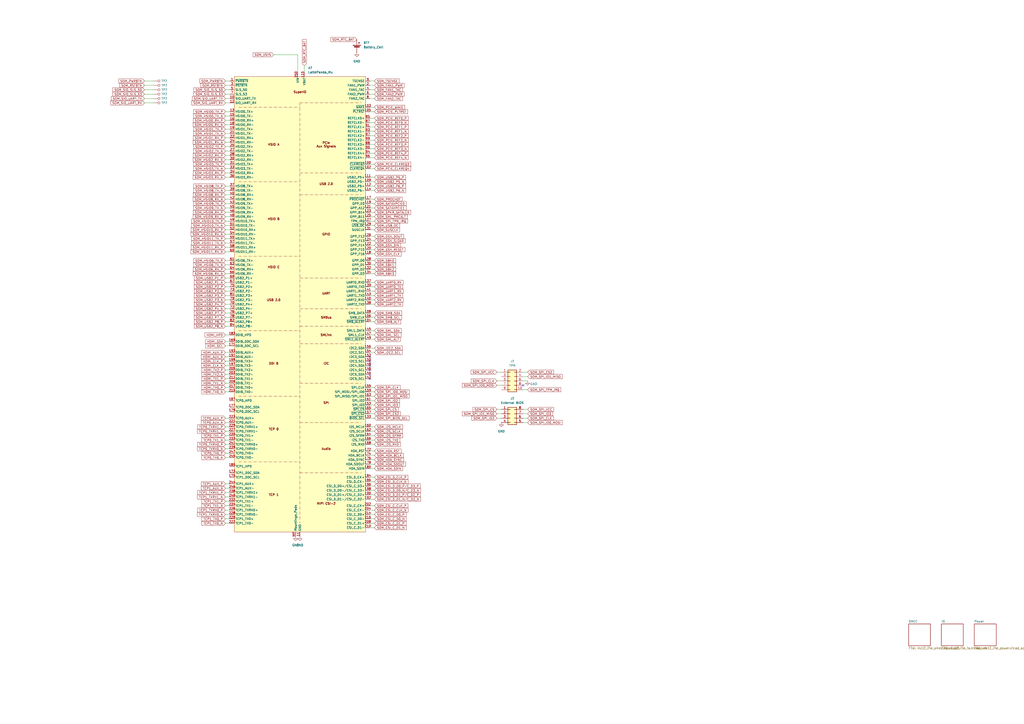
<source format=kicad_sch>
(kicad_sch (version 20231120) (generator "eeschema") (generator_version "8.0")
  (paper "A2")
  (title_block (title "MediaCow Touch 2 Lite \"Curitiba\"") (date "2025-03-23 - 2025-05-09") (company "CTCL 2021-2025"))
  (no_connect (at 303.53 223.52))
  (no_connect (at 214.63 219.71))
  (no_connect (at 214.63 217.17))
  (no_connect (at 214.63 212.09))
  (no_connect (at 214.63 209.55))
  (no_connect (at 214.63 214.63))
  (no_connect (at 214.63 207.01))
  (wire (pts (xy 130.81 100.33) (xy 133.35 100.33)))
  (wire (pts (xy 217.17 91.44) (xy 214.63 91.44)))
  (wire (pts (xy 130.81 224.79) (xy 133.35 224.79)))
  (wire (pts (xy 217.17 287.02) (xy 214.63 287.02)))
  (wire (pts (xy 217.17 191.77) (xy 214.63 191.77)))
  (wire (pts (xy 130.81 265.43) (xy 133.35 265.43)))
  (wire (pts (xy 288.29 223.52) (xy 290.83 223.52)))
  (wire (pts (xy 130.81 250.19) (xy 133.35 250.19)))
  (wire (pts (xy 217.17 204.47) (xy 214.63 204.47)))
  (wire (pts (xy 130.81 49.53) (xy 133.35 49.53)))
  (wire (pts (xy 217.17 144.78) (xy 214.63 144.78)))
  (wire (pts (xy 217.17 176.53) (xy 214.63 176.53)))
  (wire (pts (xy 130.81 85.09) (xy 133.35 85.09)))
  (wire (pts (xy 130.81 209.55) (xy 133.35 209.55)))
  (wire (pts (xy 217.17 147.32) (xy 214.63 147.32)))
  (wire (pts (xy 217.17 102.87) (xy 214.63 102.87)))
  (wire (pts (xy 214.63 196.85) (xy 217.17 196.85)))
  (wire (pts (xy 306.07 226.06) (xy 303.53 226.06)))
  (wire (pts (xy 130.81 285.75) (xy 133.35 285.75)))
  (wire (pts (xy 130.81 303.53) (xy 133.35 303.53)))
  (wire (pts (xy 130.81 214.63) (xy 133.35 214.63)))
  (wire (pts (xy 217.17 158.75) (xy 214.63 158.75)))
  (wire (pts (xy 130.81 87.63) (xy 133.35 87.63)))
  (wire (pts (xy 130.81 92.71) (xy 133.35 92.71)))
  (wire (pts (xy 214.63 71.12) (xy 217.17 71.12)))
  (wire (pts (xy 288.29 242.57) (xy 290.83 242.57)))
  (wire (pts (xy 130.81 54.61) (xy 133.35 54.61)))
  (wire (pts (xy 130.81 72.39) (xy 133.35 72.39)))
  (wire (pts (xy 217.17 54.61) (xy 214.63 54.61)))
  (wire (pts (xy 130.81 198.12) (xy 133.35 198.12)))
  (wire (pts (xy 217.17 289.56) (xy 214.63 289.56)))
  (wire (pts (xy 217.17 257.81) (xy 214.63 257.81)))
  (wire (pts (xy 130.81 255.27) (xy 133.35 255.27)))
  (wire (pts (xy 217.17 57.15) (xy 214.63 57.15)))
  (wire (pts (xy 130.81 168.91) (xy 133.35 168.91)))
  (wire (pts (xy 217.17 107.95) (xy 214.63 107.95)))
  (wire (pts (xy 217.17 300.99) (xy 214.63 300.99)))
  (wire (pts (xy 217.17 184.15) (xy 214.63 184.15)))
  (wire (pts (xy 88.9 52.07) (xy 83.82 52.07)))
  (wire (pts (xy 217.17 64.77) (xy 214.63 64.77)))
  (wire (pts (xy 130.81 77.47) (xy 133.35 77.47)))
  (wire (pts (xy 88.9 54.61) (xy 83.82 54.61)))
  (wire (pts (xy 130.81 110.49) (xy 133.35 110.49)))
  (wire (pts (xy 130.81 146.05) (xy 133.35 146.05)))
  (wire (pts (xy 130.81 298.45) (xy 133.35 298.45)))
  (wire (pts (xy 130.81 59.69) (xy 133.35 59.69)))
  (wire (pts (xy 306.07 245.11) (xy 303.53 245.11)))
  (wire (pts (xy 130.81 212.09) (xy 133.35 212.09)))
  (wire (pts (xy 217.17 130.81) (xy 214.63 130.81)))
  (wire (pts (xy 130.81 173.99) (xy 133.35 173.99)))
  (wire (pts (xy 130.81 67.31) (xy 133.35 67.31)))
  (wire (pts (xy 217.17 95.25) (xy 214.63 95.25)))
  (wire (pts (xy 217.17 52.07) (xy 214.63 52.07)))
  (wire (pts (xy 130.81 143.51) (xy 133.35 143.51)))
  (wire (pts (xy 217.17 156.21) (xy 214.63 156.21)))
  (wire (pts (xy 217.17 168.91) (xy 214.63 168.91)))
  (wire (pts (xy 130.81 245.11) (xy 133.35 245.11)))
  (wire (pts (xy 130.81 52.07) (xy 133.35 52.07)))
  (wire (pts (xy 130.81 118.11) (xy 133.35 118.11)))
  (wire (pts (xy 217.17 255.27) (xy 214.63 255.27)))
  (wire (pts (xy 217.17 86.36) (xy 214.63 86.36)))
  (wire (pts (xy 217.17 97.79) (xy 214.63 97.79)))
  (wire (pts (xy 217.17 237.49) (xy 214.63 237.49)))
  (wire (pts (xy 217.17 125.73) (xy 214.63 125.73)))
  (wire (pts (xy 217.17 250.19) (xy 214.63 250.19)))
  (wire (pts (xy 130.81 242.57) (xy 133.35 242.57)))
  (wire (pts (xy 217.17 171.45) (xy 214.63 171.45)))
  (wire (pts (xy 217.17 153.67) (xy 214.63 153.67)))
  (wire (pts (xy 217.17 261.62) (xy 214.63 261.62)))
  (wire (pts (xy 217.17 128.27) (xy 214.63 128.27)))
  (wire (pts (xy 217.17 252.73) (xy 214.63 252.73)))
  (wire (pts (xy 130.81 135.89) (xy 133.35 135.89)))
  (wire (pts (xy 217.17 181.61) (xy 214.63 181.61)))
  (wire (pts (xy 130.81 128.27) (xy 133.35 128.27)))
  (wire (pts (xy 130.81 283.21) (xy 133.35 283.21)))
  (wire (pts (xy 217.17 115.57) (xy 214.63 115.57)))
  (wire (pts (xy 88.9 59.69) (xy 83.82 59.69)))
  (wire (pts (xy 217.17 81.28) (xy 214.63 81.28)))
  (wire (pts (xy 217.17 194.31) (xy 214.63 194.31)))
  (wire (pts (xy 217.17 276.86) (xy 214.63 276.86)))
  (wire (pts (xy 217.17 242.57) (xy 214.63 242.57)))
  (wire (pts (xy 130.81 156.21) (xy 133.35 156.21)))
  (wire (pts (xy 306.07 237.49) (xy 303.53 237.49)))
  (wire (pts (xy 130.81 217.17) (xy 133.35 217.17)))
  (wire (pts (xy 130.81 184.15) (xy 133.35 184.15)))
  (wire (pts (xy 130.81 194.31) (xy 133.35 194.31)))
  (wire (pts (xy 130.81 80.01) (xy 133.35 80.01)))
  (wire (pts (xy 130.81 123.19) (xy 133.35 123.19)))
  (wire (pts (xy 214.63 186.69) (xy 217.17 186.69)))
  (wire (pts (xy 130.81 57.15) (xy 133.35 57.15)))
  (wire (pts (xy 217.17 73.66) (xy 214.63 73.66)))
  (wire (pts (xy 217.17 224.79) (xy 214.63 224.79)))
  (wire (pts (xy 130.81 90.17) (xy 133.35 90.17)))
  (wire (pts (xy 130.81 113.03) (xy 133.35 113.03)))
  (wire (pts (xy 217.17 295.91) (xy 214.63 295.91)))
  (wire (pts (xy 217.17 163.83) (xy 214.63 163.83)))
  (wire (pts (xy 130.81 153.67) (xy 133.35 153.67)))
  (wire (pts (xy 130.81 95.25) (xy 133.35 95.25)))
  (wire (pts (xy 217.17 279.4) (xy 214.63 279.4)))
  (wire (pts (xy 130.81 260.35) (xy 133.35 260.35)))
  (wire (pts (xy 130.81 189.23) (xy 133.35 189.23)))
  (wire (pts (xy 217.17 281.94) (xy 214.63 281.94)))
  (wire (pts (xy 217.17 306.07) (xy 214.63 306.07)))
  (wire (pts (xy 130.81 74.93) (xy 133.35 74.93)))
  (wire (pts (xy 130.81 120.65) (xy 133.35 120.65)))
  (wire (pts (xy 288.29 220.98) (xy 290.83 220.98)))
  (wire (pts (xy 130.81 288.29) (xy 133.35 288.29)))
  (wire (pts (xy 130.81 69.85) (xy 133.35 69.85)))
  (wire (pts (xy 217.17 284.48) (xy 214.63 284.48)))
  (wire (pts (xy 217.17 201.93) (xy 214.63 201.93)))
  (wire (pts (xy 130.81 102.87) (xy 133.35 102.87)))
  (wire (pts (xy 217.17 229.87) (xy 214.63 229.87)))
  (wire (pts (xy 217.17 137.16) (xy 214.63 137.16)))
  (wire (pts (xy 217.17 173.99) (xy 214.63 173.99)))
  (wire (pts (xy 130.81 158.75) (xy 133.35 158.75)))
  (wire (pts (xy 88.9 49.53) (xy 83.82 49.53)))
  (wire (pts (xy 130.81 161.29) (xy 133.35 161.29)))
  (wire (pts (xy 217.17 139.7) (xy 214.63 139.7)))
  (wire (pts (xy 217.17 118.11) (xy 214.63 118.11)))
  (wire (pts (xy 214.63 120.65) (xy 217.17 120.65)))
  (wire (pts (xy 217.17 303.53) (xy 214.63 303.53)))
  (wire (pts (xy 130.81 300.99) (xy 133.35 300.99)))
  (wire (pts (xy 306.07 218.44) (xy 303.53 218.44)))
  (wire (pts (xy 217.17 142.24) (xy 214.63 142.24)))
  (wire (pts (xy 217.17 264.16) (xy 214.63 264.16)))
  (wire (pts (xy 130.81 151.13) (xy 133.35 151.13)))
  (wire (pts (xy 130.81 295.91) (xy 133.35 295.91)))
  (wire (pts (xy 176.53 38.1) (xy 176.53 41.91)))
  (wire (pts (xy 130.81 227.33) (xy 133.35 227.33)))
  (wire (pts (xy 130.81 97.79) (xy 133.35 97.79)))
  (wire (pts (xy 172.72 31.75) (xy 172.72 41.91)))
  (wire (pts (xy 306.07 240.03) (xy 303.53 240.03)))
  (wire (pts (xy 214.63 68.58) (xy 217.17 68.58)))
  (wire (pts (xy 130.81 115.57) (xy 133.35 115.57)))
  (wire (pts (xy 217.17 46.99) (xy 214.63 46.99)))
  (wire (pts (xy 130.81 82.55) (xy 133.35 82.55)))
  (wire (pts (xy 130.81 166.37) (xy 133.35 166.37)))
  (wire (pts (xy 217.17 110.49) (xy 214.63 110.49)))
  (wire (pts (xy 217.17 240.03) (xy 214.63 240.03)))
  (wire (pts (xy 130.81 257.81) (xy 133.35 257.81)))
  (wire (pts (xy 217.17 151.13) (xy 214.63 151.13)))
  (wire (pts (xy 217.17 293.37) (xy 214.63 293.37)))
  (wire (pts (xy 217.17 232.41) (xy 214.63 232.41)))
  (wire (pts (xy 130.81 290.83) (xy 133.35 290.83)))
  (wire (pts (xy 217.17 133.35) (xy 214.63 133.35)))
  (wire (pts (xy 130.81 207.01) (xy 133.35 207.01)))
  (wire (pts (xy 130.81 247.65) (xy 133.35 247.65)))
  (wire (pts (xy 130.81 262.89) (xy 133.35 262.89)))
  (wire (pts (xy 217.17 298.45) (xy 214.63 298.45)))
  (wire (pts (xy 303.53 220.98) (xy 306.07 220.98)))
  (wire (pts (xy 130.81 46.99) (xy 133.35 46.99)))
  (wire (pts (xy 130.81 252.73) (xy 133.35 252.73)))
  (wire (pts (xy 217.17 271.78) (xy 214.63 271.78)))
  (wire (pts (xy 217.17 83.82) (xy 214.63 83.82)))
  (wire (pts (xy 288.29 240.03) (xy 290.83 240.03)))
  (wire (pts (xy 88.9 46.99) (xy 83.82 46.99)))
  (wire (pts (xy 217.17 269.24) (xy 214.63 269.24)))
  (wire (pts (xy 217.17 78.74) (xy 214.63 78.74)))
  (wire (pts (xy 217.17 166.37) (xy 214.63 166.37)))
  (wire (pts (xy 217.17 227.33) (xy 214.63 227.33)))
  (wire (pts (xy 130.81 107.95) (xy 133.35 107.95)))
  (wire (pts (xy 130.81 130.81) (xy 133.35 130.81)))
  (wire (pts (xy 130.81 125.73) (xy 133.35 125.73)))
  (wire (pts (xy 130.81 200.66) (xy 133.35 200.66)))
  (wire (pts (xy 130.81 181.61) (xy 133.35 181.61)))
  (wire (pts (xy 130.81 176.53) (xy 133.35 176.53)))
  (wire (pts (xy 217.17 62.23) (xy 214.63 62.23)))
  (wire (pts (xy 130.81 140.97) (xy 133.35 140.97)))
  (wire (pts (xy 130.81 186.69) (xy 133.35 186.69)))
  (wire (pts (xy 288.29 215.9) (xy 290.83 215.9)))
  (wire (pts (xy 217.17 247.65) (xy 214.63 247.65)))
  (wire (pts (xy 217.17 123.19) (xy 214.63 123.19)))
  (wire (pts (xy 130.81 171.45) (xy 133.35 171.45)))
  (wire (pts (xy 130.81 138.43) (xy 133.35 138.43)))
  (wire (pts (xy 217.17 105.41) (xy 214.63 105.41)))
  (wire (pts (xy 130.81 222.25) (xy 133.35 222.25)))
  (wire (pts (xy 217.17 234.95) (xy 214.63 234.95)))
  (wire (pts (xy 158.75 31.75) (xy 172.72 31.75)))
  (wire (pts (xy 306.07 242.57) (xy 303.53 242.57)))
  (wire (pts (xy 217.17 76.2) (xy 214.63 76.2)))
  (wire (pts (xy 130.81 219.71) (xy 133.35 219.71)))
  (wire (pts (xy 130.81 204.47) (xy 133.35 204.47)))
  (wire (pts (xy 130.81 163.83) (xy 133.35 163.83)))
  (wire (pts (xy 288.29 237.49) (xy 290.83 237.49)))
  (wire (pts (xy 217.17 88.9) (xy 214.63 88.9)))
  (wire (pts (xy 217.17 266.7) (xy 214.63 266.7)))
  (wire (pts (xy 217.17 49.53) (xy 214.63 49.53)))
  (wire (pts (xy 130.81 64.77) (xy 133.35 64.77)))
  (wire (pts (xy 88.9 57.15) (xy 83.82 57.15)))
  (wire (pts (xy 130.81 133.35) (xy 133.35 133.35)))
  (wire (pts (xy 306.07 215.9) (xy 303.53 215.9)))
  (wire (pts (xy 130.81 280.67) (xy 133.35 280.67)))
  (wire (pts (xy 130.81 293.37) (xy 133.35 293.37)))
  (wire (pts (xy 130.81 179.07) (xy 133.35 179.07)))
  (global_label "HDMI_TX1_N" (shape input) (at 130.81 222.25 180) (property "Intersheetrefs" "${INTERSHEET_REFS}" (effects (hide yes))))
  (global_label "HDMI_SDA" (shape input) (at 130.81 198.12 180) (property "Intersheetrefs" "${INTERSHEET_REFS}" (effects (hide yes))))
  (global_label "SOM_I2C2_SCL" (shape input) (at 217.17 204.47 0) (property "Intersheetrefs" "${INTERSHEET_REFS}" (effects (hide yes))))
  (global_label "SOM_USB2_P6_P" (shape input) (at 217.17 107.95 0) (property "Intersheetrefs" "${INTERSHEET_REFS}" (effects (hide yes))))
  (global_label "TCP0_AUX_P" (shape input) (at 130.81 242.57 180) (property "Intersheetrefs" "${INTERSHEET_REFS}" (effects (hide yes))))
  (global_label "SOM_SIO_SLS_S3" (shape input) (at 83.82 54.61 180) (property "Intersheetrefs" "${INTERSHEET_REFS}" (effects (hide yes))))
  (global_label "SOM_SIO_SLS_S3" (shape input) (at 130.81 54.61 180) (property "Intersheetrefs" "${INTERSHEET_REFS}" (effects (hide yes))))
  (global_label "SOM_PCIE_REF0_N" (shape input) (at 217.17 71.12 0) (property "Intersheetrefs" "${INTERSHEET_REFS}" (effects (hide yes))))
  (global_label "SOM_USB2_P1_N" (shape input) (at 130.81 163.83 180) (property "Intersheetrefs" "${INTERSHEET_REFS}" (effects (hide yes))))
  (global_label "SOM_UART2_RX" (shape input) (at 217.17 173.99 0) (property "Intersheetrefs" "${INTERSHEET_REFS}" (effects (hide yes))))
  (global_label "SOM_I2C2_SDA" (shape input) (at 217.17 201.93 0) (property "Intersheetrefs" "${INTERSHEET_REFS}" (effects (hide yes))))
  (global_label "HDMI_TX0_P" (shape input) (at 130.81 224.79 180) (property "Intersheetrefs" "${INTERSHEET_REFS}" (effects (hide yes))))
  (global_label "SOM_HSIO3_TX_N" (shape input) (at 130.81 97.79 180) (property "Intersheetrefs" "${INTERSHEET_REFS}" (effects (hide yes))))
  (global_label "SOM_HSIO10_TX_N" (shape input) (at 130.81 130.81 180) (property "Intersheetrefs" "${INTERSHEET_REFS}" (effects (hide yes))))
  (global_label "SOM_PCIE_REF4_N" (shape input) (at 217.17 91.44 0) (property "Intersheetrefs" "${INTERSHEET_REFS}" (effects (hide yes))))
  (global_label "SOM_SPI_TPM_IRQ" (shape input) (at 306.07 226.06 0) (property "Intersheetrefs" "${INTERSHEET_REFS}" (effects (hide yes))))
  (global_label "SOM_SBK1" (shape input) (at 217.17 153.67 0) (property "Intersheetrefs" "${INTERSHEET_REFS}" (effects (hide yes))))
  (global_label "SOM_HSIO10_RX_N" (shape input) (at 130.81 135.89 180) (property "Intersheetrefs" "${INTERSHEET_REFS}" (effects (hide yes))))
  (global_label "SOM_UART0_TX" (shape input) (at 217.17 166.37 0) (property "Intersheetrefs" "${INTERSHEET_REFS}" (effects (hide yes))))
  (global_label "SOM_CSI_D_D0_N{slash}C_D3_N" (shape input) (at 217.17 284.48 0) (property "Intersheetrefs" "${INTERSHEET_REFS}" (effects (hide yes))))
  (global_label "SOM_SPI_CLK" (shape input) (at 217.17 224.79 0) (property "Intersheetrefs" "${INTERSHEET_REFS}" (effects (hide yes))))
  (global_label "SOM_PCIE_REF1_P" (shape input) (at 217.17 73.66 0) (property "Intersheetrefs" "${INTERSHEET_REFS}" (effects (hide yes))))
  (global_label "SOM_HSIO1_TX_P" (shape input) (at 130.81 74.93 180) (property "Intersheetrefs" "${INTERSHEET_REFS}" (effects (hide yes))))
  (global_label "SOM_PCIE_REF3_P" (shape input) (at 217.17 83.82 0) (property "Intersheetrefs" "${INTERSHEET_REFS}" (effects (hide yes))))
  (global_label "SOM_SPI_TPM_IRQ" (shape input) (at 217.17 128.27 0) (property "Intersheetrefs" "${INTERSHEET_REFS}" (effects (hide yes))))
  (global_label "SOM_SPI_IO2" (shape input) (at 217.17 232.41 0) (property "Intersheetrefs" "${INTERSHEET_REFS}" (effects (hide yes))))
  (global_label "TCP1_TXRX1_P" (shape input) (at 130.81 285.75 180) (property "Intersheetrefs" "${INTERSHEET_REFS}" (effects (hide yes))))
  (global_label "SOM_HSIO1_RX_N" (shape input) (at 130.81 82.55 180) (property "Intersheetrefs" "${INTERSHEET_REFS}" (effects (hide yes))))
  (global_label "SOM_HSIO2_TX_N" (shape input) (at 130.81 87.63 180) (property "Intersheetrefs" "${INTERSHEET_REFS}" (effects (hide yes))))
  (global_label "SOM_SBK3" (shape input) (at 217.17 158.75 0) (property "Intersheetrefs" "${INTERSHEET_REFS}" (effects (hide yes))))
  (global_label "SOM_HDA_SDOUT" (shape input) (at 217.17 269.24 0) (property "Intersheetrefs" "${INTERSHEET_REFS}" (effects (hide yes))))
  (global_label "SOM_FAN2_PWM" (shape input) (at 217.17 54.61 0) (property "Intersheetrefs" "${INTERSHEET_REFS}" (effects (hide yes))))
  (global_label "HDMI_TX1_P" (shape input) (at 130.81 219.71 180) (property "Intersheetrefs" "${INTERSHEET_REFS}" (effects (hide yes))))
  (global_label "HDMI_CLK_N" (shape input) (at 130.81 212.09 180) (property "Intersheetrefs" "${INTERSHEET_REFS}" (effects (hide yes))))
  (global_label "SOM_USB2_P1_P" (shape input) (at 130.81 161.29 180) (property "Intersheetrefs" "${INTERSHEET_REFS}" (effects (hide yes))))
  (global_label "SOM_SPI_IO0_MOSI" (shape input) (at 288.29 223.52 180) (property "Intersheetrefs" "${INTERSHEET_REFS}" (effects (hide yes))))
  (global_label "SOM_CSI_D_CLK_P" (shape input) (at 217.17 276.86 0) (property "Intersheetrefs" "${INTERSHEET_REFS}" (effects (hide yes))))
  (global_label "SOM_USB2_P6_N" (shape input) (at 217.17 110.49 0) (property "Intersheetrefs" "${INTERSHEET_REFS}" (effects (hide yes))))
  (global_label "SOM_SML_SCL" (shape input) (at 217.17 194.31 0) (property "Intersheetrefs" "${INTERSHEET_REFS}" (effects (hide yes))))
  (global_label "SOM_USB2_P7_N" (shape input) (at 130.81 184.15 180) (property "Intersheetrefs" "${INTERSHEET_REFS}" (effects (hide yes))))
  (global_label "SOM_SATAXPCIE0" (shape input) (at 217.17 118.11 0) (property "Intersheetrefs" "${INTERSHEET_REFS}" (effects (hide yes))))
  (global_label "SOM_CSI_C_D0_P" (shape input) (at 217.17 298.45 0) (property "Intersheetrefs" "${INTERSHEET_REFS}" (effects (hide yes))))
  (global_label "TCP1_TX0_P" (shape input) (at 130.81 300.99 180) (property "Intersheetrefs" "${INTERSHEET_REFS}" (effects (hide yes))))
  (global_label "SOM_SATAXPCIE1" (shape input) (at 217.17 120.65 0) (property "Intersheetrefs" "${INTERSHEET_REFS}" (effects (hide yes))))
  (global_label "SOM_HSIO0_TX_N" (shape input) (at 130.81 67.31 180) (property "Intersheetrefs" "${INTERSHEET_REFS}" (effects (hide yes))))
  (global_label "SOM_HSIO9_TX_P" (shape input) (at 130.81 118.11 180) (property "Intersheetrefs" "${INTERSHEET_REFS}" (effects (hide yes))))
  (global_label "SOM_USB2_P4_N" (shape input) (at 130.81 179.07 180) (property "Intersheetrefs" "${INTERSHEET_REFS}" (effects (hide yes))))
  (global_label "SOM_HDA_RST" (shape input) (at 217.17 261.62 0) (property "Intersheetrefs" "${INTERSHEET_REFS}" (effects (hide yes))))
  (global_label "SOM_HSIO9_RX_P" (shape input) (at 130.81 123.19 180) (property "Intersheetrefs" "${INTERSHEET_REFS}" (effects (hide yes))))
  (global_label "SOM_SIO_SLS_S0" (shape input) (at 83.82 52.07 180) (property "Intersheetrefs" "${INTERSHEET_REFS}" (effects (hide yes))))
  (global_label "SOM_TSENSE" (shape input) (at 217.17 46.99 0) (property "Intersheetrefs" "${INTERSHEET_REFS}" (effects (hide yes))))
  (global_label "SOM_HSIO1_RX_P" (shape input) (at 130.81 80.01 180) (property "Intersheetrefs" "${INTERSHEET_REFS}" (effects (hide yes))))
  (global_label "SOM_UART1_TX" (shape input) (at 217.17 171.45 0) (property "Intersheetrefs" "${INTERSHEET_REFS}" (effects (hide yes))))
  (global_label "SOM_SIO_UART_RX" (shape input) (at 83.82 59.69 180) (property "Intersheetrefs" "${INTERSHEET_REFS}" (effects (hide yes))))
  (global_label "TCP1_TXRX0_P" (shape input) (at 130.81 295.91 180) (property "Intersheetrefs" "${INTERSHEET_REFS}" (effects (hide yes))))
  (global_label "SOM_GSX_DOUT" (shape input) (at 217.17 137.16 0) (property "Intersheetrefs" "${INTERSHEET_REFS}" (effects (hide yes))))
  (global_label "SOM_SPI_IO0_MOSI" (shape input) (at 306.07 245.11 0) (property "Intersheetrefs" "${INTERSHEET_REFS}" (effects (hide yes))))
  (global_label "SOM_PROCHOT" (shape input) (at 217.17 115.57 0) (property "Intersheetrefs" "${INTERSHEET_REFS}" (effects (hide yes))))
  (global_label "TCP0_TXRX1_P" (shape input) (at 130.81 247.65 180) (property "Intersheetrefs" "${INTERSHEET_REFS}" (effects (hide yes))))
  (global_label "SOM_CSI_C_CLK_P" (shape input) (at 217.17 293.37 0) (property "Intersheetrefs" "${INTERSHEET_REFS}" (effects (hide yes))))
  (global_label "SOM_SPI_CS" (shape input) (at 217.17 237.49 0) (property "Intersheetrefs" "${INTERSHEET_REFS}" (effects (hide yes))))
  (global_label "SOM_SPI_IO1_MISO" (shape input) (at 217.17 229.87 0) (property "Intersheetrefs" "${INTERSHEET_REFS}" (effects (hide yes))))
  (global_label "SOM_SML_SDA" (shape input) (at 217.17 191.77 0) (property "Intersheetrefs" "${INTERSHEET_REFS}" (effects (hide yes))))
  (global_label "SOM_SIO_UART_RX" (shape input) (at 130.81 59.69 180) (property "Intersheetrefs" "${INTERSHEET_REFS}" (effects (hide yes))))
  (global_label "TCP0_TX0_P" (shape input) (at 130.81 262.89 180) (property "Intersheetrefs" "${INTERSHEET_REFS}" (effects (hide yes))))
  (global_label "SOM_FAN1_TAC" (shape input) (at 217.17 52.07 0) (property "Intersheetrefs" "${INTERSHEET_REFS}" (effects (hide yes))))
  (global_label "SOM_I2S_TXD" (shape input) (at 217.17 255.27 0) (property "Intersheetrefs" "${INTERSHEET_REFS}" (effects (hide yes))))
  (global_label "HDMI_HPD" (shape input) (at 130.81 194.31 180) (property "Intersheetrefs" "${INTERSHEET_REFS}" (effects (hide yes))))
  (global_label "SOM_SML_ALT" (shape input) (at 217.17 196.85 0) (property "Intersheetrefs" "${INTERSHEET_REFS}" (effects (hide yes))))
  (global_label "TCP1_AUX_P" (shape input) (at 130.81 280.67 180) (property "Intersheetrefs" "${INTERSHEET_REFS}" (effects (hide yes))))
  (global_label "SOM_HSIO3_RX_P" (shape input) (at 130.81 100.33 180) (property "Intersheetrefs" "${INTERSHEET_REFS}" (effects (hide yes))))
  (global_label "SOM_CSI_C_D1_N" (shape input) (at 217.17 306.07 0) (property "Intersheetrefs" "${INTERSHEET_REFS}" (effects (hide yes))))
  (global_label "SOM_HSIO6_TX_N" (shape input) (at 130.81 153.67 180) (property "Intersheetrefs" "${INTERSHEET_REFS}" (effects (hide yes))))
  (global_label "SOM_PCIE_PLTRST" (shape input) (at 217.17 64.77 0) (property "Intersheetrefs" "${INTERSHEET_REFS}" (effects (hide yes))))
  (global_label "SOM_RTC_BAT" (shape input) (at 207.01 22.86 180) (property "Intersheetrefs" "${INTERSHEET_REFS}" (effects (hide yes))))
  (global_label "SOM_RSTBTN" (shape input) (at 130.81 49.53 180) (property "Intersheetrefs" "${INTERSHEET_REFS}" (effects (hide yes))))
  (global_label "SOM_SPI_VCC" (shape input) (at 306.07 237.49 0) (property "Intersheetrefs" "${INTERSHEET_REFS}" (effects (hide yes))))
  (global_label "SOM_USB2_P2_P" (shape input) (at 130.81 166.37 180) (property "Intersheetrefs" "${INTERSHEET_REFS}" (effects (hide yes))))
  (global_label "SOM_HSIO2_RX_N" (shape input) (at 130.81 92.71 180) (property "Intersheetrefs" "${INTERSHEET_REFS}" (effects (hide yes))))
  (global_label "TCP1_TX0_N" (shape input) (at 130.81 303.53 180) (property "Intersheetrefs" "${INTERSHEET_REFS}" (effects (hide yes))))
  (global_label "SOM_HSIO10_TX_P" (shape input) (at 130.81 128.27 180) (property "Intersheetrefs" "${INTERSHEET_REFS}" (effects (hide yes))))
  (global_label "SOM_HSIO9_TX_N" (shape input) (at 130.81 120.65 180) (property "Intersheetrefs" "${INTERSHEET_REFS}" (effects (hide yes))))
  (global_label "SOM_RSTBTN" (shape input) (at 83.82 49.53 180) (property "Intersheetrefs" "${INTERSHEET_REFS}" (effects (hide yes))))
  (global_label "SOM_SPI_CLK" (shape input) (at 306.07 242.57 0) (property "Intersheetrefs" "${INTERSHEET_REFS}" (effects (hide yes))))
  (global_label "SOM_HSIO8_RX_P" (shape input) (at 130.81 113.03 180) (property "Intersheetrefs" "${INTERSHEET_REFS}" (effects (hide yes))))
  (global_label "SOM_HSIO8_TX_N" (shape input) (at 130.81 110.49 180) (property "Intersheetrefs" "${INTERSHEET_REFS}" (effects (hide yes))))
  (global_label "SOM_USB2_P8_P" (shape input) (at 130.81 186.69 180) (property "Intersheetrefs" "${INTERSHEET_REFS}" (effects (hide yes))))
  (global_label "TCP0_TXRX1_N" (shape input) (at 130.81 250.19 180) (property "Intersheetrefs" "${INTERSHEET_REFS}" (effects (hide yes))))
  (global_label "SOM_SPI_CS" (shape input) (at 288.29 237.49 180) (property "Intersheetrefs" "${INTERSHEET_REFS}" (effects (hide yes))))
  (global_label "SOM_RTC_BAT" (shape input) (at 176.53 38.1 90) (property "Intersheetrefs" "${INTERSHEET_REFS}" (effects (hide yes))))
  (global_label "SOM_HSIO6_RX_N" (shape input) (at 130.81 158.75 180) (property "Intersheetrefs" "${INTERSHEET_REFS}" (effects (hide yes))))
  (global_label "SOM_PCIE_REF2_N" (shape input) (at 217.17 81.28 0) (property "Intersheetrefs" "${INTERSHEET_REFS}" (effects (hide yes))))
  (global_label "SOM_PCIE_REF3_N" (shape input) (at 217.17 86.36 0) (property "Intersheetrefs" "${INTERSHEET_REFS}" (effects (hide yes))))
  (global_label "SOM_PCIE_CLKREQ4" (shape input) (at 217.17 97.79 0) (property "Intersheetrefs" "${INTERSHEET_REFS}" (effects (hide yes))))
  (global_label "SOM_CSI_D_D0_P{slash}C_D3_P" (shape input) (at 217.17 281.94 0) (property "Intersheetrefs" "${INTERSHEET_REFS}" (effects (hide yes))))
  (global_label "SOM_USB2_P4_P" (shape input) (at 130.81 176.53 180) (property "Intersheetrefs" "${INTERSHEET_REFS}" (effects (hide yes))))
  (global_label "SOM_SPI_IO3" (shape input) (at 306.07 240.03 0) (property "Intersheetrefs" "${INTERSHEET_REFS}" (effects (hide yes))))
  (global_label "HDMI_TX2_N" (shape input) (at 130.81 217.17 180) (property "Intersheetrefs" "${INTERSHEET_REFS}" (effects (hide yes))))
  (global_label "SOM_HDA_SYNC" (shape input) (at 217.17 266.7 0) (property "Intersheetrefs" "${INTERSHEET_REFS}" (effects (hide yes))))
  (global_label "TCP1_TX1_P" (shape input) (at 130.81 290.83 180) (property "Intersheetrefs" "${INTERSHEET_REFS}" (effects (hide yes))))
  (global_label "SOM_CSI_D_CLK_N" (shape input) (at 217.17 279.4 0) (property "Intersheetrefs" "${INTERSHEET_REFS}" (effects (hide yes))))
  (global_label "SOM_SIO_SLS_S0" (shape input) (at 130.81 52.07 180) (property "Intersheetrefs" "${INTERSHEET_REFS}" (effects (hide yes))))
  (global_label "SOM_PCIE_REF2_P" (shape input) (at 217.17 78.74 0) (property "Intersheetrefs" "${INTERSHEET_REFS}" (effects (hide yes))))
  (global_label "TCP0_TX1_N" (shape input) (at 130.81 255.27 180) (property "Intersheetrefs" "${INTERSHEET_REFS}" (effects (hide yes))))
  (global_label "SOM_SMB_SDA" (shape input) (at 217.17 181.61 0) (property "Intersheetrefs" "${INTERSHEET_REFS}" (effects (hide yes))))
  (global_label "SOM_USB2_P2_N" (shape input) (at 130.81 168.91 180) (property "Intersheetrefs" "${INTERSHEET_REFS}" (effects (hide yes))))
  (global_label "SOM_HSIO11_TX_N" (shape input) (at 130.81 140.97 180) (property "Intersheetrefs" "${INTERSHEET_REFS}" (effects (hide yes))))
  (global_label "SOM_SML_PMCALT" (shape input) (at 217.17 125.73 0) (property "Intersheetrefs" "${INTERSHEET_REFS}" (effects (hide yes))))
  (global_label "SOM_PWRBTN" (shape input) (at 83.82 46.99 180) (property "Intersheetrefs" "${INTERSHEET_REFS}" (effects (hide yes))))
  (global_label "SOM_CSI_C_D0_N" (shape input) (at 217.17 300.99 0) (property "Intersheetrefs" "${INTERSHEET_REFS}" (effects (hide yes))))
  (global_label "SOM_PCIE_REF4_P" (shape input) (at 217.17 88.9 0) (property "Intersheetrefs" "${INTERSHEET_REFS}" (effects (hide yes))))
  (global_label "SOM_SPI_CS2" (shape input) (at 306.07 215.9 0) (property "Intersheetrefs" "${INTERSHEET_REFS}" (effects (hide yes))))
  (global_label "HDMI_CLK_P" (shape input) (at 130.81 209.55 180) (property "Intersheetrefs" "${INTERSHEET_REFS}" (effects (hide yes))))
  (global_label "SOM_USB2_P3_P" (shape input) (at 130.81 171.45 180) (property "Intersheetrefs" "${INTERSHEET_REFS}" (effects (hide yes))))
  (global_label "SOM_SPI_VCC" (shape input) (at 288.29 215.9 180) (property "Intersheetrefs" "${INTERSHEET_REFS}" (effects (hide yes))))
  (global_label "SOM_HSIO8_RX_N" (shape input) (at 130.81 115.57 180) (property "Intersheetrefs" "${INTERSHEET_REFS}" (effects (hide yes))))
  (global_label "SOM_USB2_P5_N" (shape input) (at 217.17 105.41 0) (property "Intersheetrefs" "${INTERSHEET_REFS}" (effects (hide yes))))
  (global_label "SOM_SPKR_SATALED" (shape input) (at 217.17 123.19 0) (property "Intersheetrefs" "${INTERSHEET_REFS}" (effects (hide yes))))
  (global_label "SOM_HSIO0_RX_N" (shape input) (at 130.81 72.39 180) (property "Intersheetrefs" "${INTERSHEET_REFS}" (effects (hide yes))))
  (global_label "SOM_I2S_RXD" (shape input) (at 217.17 257.81 0) (property "Intersheetrefs" "${INTERSHEET_REFS}" (effects (hide yes))))
  (global_label "SOM_HSIO1_TX_N" (shape input) (at 130.81 77.47 180) (property "Intersheetrefs" "${INTERSHEET_REFS}" (effects (hide yes))))
  (global_label "TCP0_TXRX0_N" (shape input) (at 130.81 260.35 180) (property "Intersheetrefs" "${INTERSHEET_REFS}" (effects (hide yes))))
  (global_label "SOM_CSI_C_D1_P" (shape input) (at 217.17 303.53 0) (property "Intersheetrefs" "${INTERSHEET_REFS}" (effects (hide yes))))
  (global_label "SOM_HSIO0_TX_P" (shape input) (at 130.81 64.77 180) (property "Intersheetrefs" "${INTERSHEET_REFS}" (effects (hide yes))))
  (global_label "SOM_SMB_ALT" (shape input) (at 217.17 186.69 0) (property "Intersheetrefs" "${INTERSHEET_REFS}" (effects (hide yes))))
  (global_label "SOM_SPI_CLK" (shape input) (at 288.29 220.98 180) (property "Intersheetrefs" "${INTERSHEET_REFS}" (effects (hide yes))))
  (global_label "SOM_FAN1_PWM" (shape input) (at 217.17 49.53 0) (property "Intersheetrefs" "${INTERSHEET_REFS}" (effects (hide yes))))
  (global_label "SOM_SBK2" (shape input) (at 217.17 156.21 0) (property "Intersheetrefs" "${INTERSHEET_REFS}" (effects (hide yes))))
  (global_label "SOM_PCIE_WAKE" (shape input) (at 217.17 62.23 0) (property "Intersheetrefs" "${INTERSHEET_REFS}" (effects (hide yes))))
  (global_label "SOM_HSIO11_RX_N" (shape input) (at 130.81 146.05 180) (property "Intersheetrefs" "${INTERSHEET_REFS}" (effects (hide yes))))
  (global_label "SOM_CSI_D_D1_N{slash}C_D2_N" (shape input) (at 217.17 289.56 0) (property "Intersheetrefs" "${INTERSHEET_REFS}" (effects (hide yes))))
  (global_label "TCP1_TXRX0_N" (shape input) (at 130.81 298.45 180) (property "Intersheetrefs" "${INTERSHEET_REFS}" (effects (hide yes))))
  (global_label "TCP1_TX1_N" (shape input) (at 130.81 293.37 180) (property "Intersheetrefs" "${INTERSHEET_REFS}" (effects (hide yes))))
  (global_label "TCP0_AUX_N" (shape input) (at 130.81 245.11 180) (property "Intersheetrefs" "${INTERSHEET_REFS}" (effects (hide yes))))
  (global_label "SOM_UART2_TX" (shape input) (at 217.17 176.53 0) (property "Intersheetrefs" "${INTERSHEET_REFS}" (effects (hide yes))))
  (global_label "SOM_HSIO3_RX_N" (shape input) (at 130.81 102.87 180) (property "Intersheetrefs" "${INTERSHEET_REFS}" (effects (hide yes))))
  (global_label "TCP0_TX0_N" (shape input) (at 130.81 265.43 180) (property "Intersheetrefs" "${INTERSHEET_REFS}" (effects (hide yes))))
  (global_label "SOM_PWRBTN" (shape input) (at 130.81 46.99 180) (property "Intersheetrefs" "${INTERSHEET_REFS}" (effects (hide yes))))
  (global_label "HDMI_AUX_P" (shape input) (at 130.81 204.47 180) (property "Intersheetrefs" "${INTERSHEET_REFS}" (effects (hide yes))))
  (global_label "SOM_PCIE_REF1_N" (shape input) (at 217.17 76.2 0) (property "Intersheetrefs" "${INTERSHEET_REFS}" (effects (hide yes))))
  (global_label "SOM_HSIO0_RX_P" (shape input) (at 130.81 69.85 180) (property "Intersheetrefs" "${INTERSHEET_REFS}" (effects (hide yes))))
  (global_label "SOM_SIO_UART_TX" (shape input) (at 83.82 57.15 180) (property "Intersheetrefs" "${INTERSHEET_REFS}" (effects (hide yes))))
  (global_label "SOM_SPI_IO2" (shape input) (at 288.29 242.57 180) (property "Intersheetrefs" "${INTERSHEET_REFS}" (effects (hide yes))))
  (global_label "TCP0_TXRX0_P" (shape input) (at 130.81 257.81 180) (property "Intersheetrefs" "${INTERSHEET_REFS}" (effects (hide yes))))
  (global_label "SOM_I2S_SFRM" (shape input) (at 217.17 252.73 0) (property "Intersheetrefs" "${INTERSHEET_REFS}" (effects (hide yes))))
  (global_label "TCP1_AUX_N" (shape input) (at 130.81 283.21 180) (property "Intersheetrefs" "${INTERSHEET_REFS}" (effects (hide yes))))
  (global_label "SOM_GSX_CLK" (shape input) (at 217.17 147.32 0) (property "Intersheetrefs" "${INTERSHEET_REFS}" (effects (hide yes))))
  (global_label "SOM_FAN2_TAC" (shape input) (at 217.17 57.15 0) (property "Intersheetrefs" "${INTERSHEET_REFS}" (effects (hide yes))))
  (global_label "SOM_HSIO10_RX_P" (shape input) (at 130.81 133.35 180) (property "Intersheetrefs" "${INTERSHEET_REFS}" (effects (hide yes))))
  (global_label "SOM_HSIO2_RX_P" (shape input) (at 130.81 90.17 180) (property "Intersheetrefs" "${INTERSHEET_REFS}" (effects (hide yes))))
  (global_label "HDMI_SCL" (shape input) (at 130.81 200.66 180) (property "Intersheetrefs" "${INTERSHEET_REFS}" (effects (hide yes))))
  (global_label "SOM_GSX_DIN" (shape input) (at 217.17 142.24 0) (property "Intersheetrefs" "${INTERSHEET_REFS}" (effects (hide yes))))
  (global_label "SOM_SUSCLK" (shape input) (at 217.17 133.35 0) (property "Intersheetrefs" "${INTERSHEET_REFS}" (effects (hide yes))))
  (global_label "SOM_USB2_P8_N" (shape input) (at 130.81 189.23 180) (property "Intersheetrefs" "${INTERSHEET_REFS}" (effects (hide yes))))
  (global_label "SOM_UART0_RX" (shape input) (at 217.17 163.83 0) (property "Intersheetrefs" "${INTERSHEET_REFS}" (effects (hide yes))))
  (global_label "SOM_USB2_P5_P" (shape input) (at 217.17 102.87 0) (property "Intersheetrefs" "${INTERSHEET_REFS}" (effects (hide yes))))
  (global_label "SOM_HSIO9_RX_N" (shape input) (at 130.81 125.73 180) (property "Intersheetrefs" "${INTERSHEET_REFS}" (effects (hide yes))))
  (global_label "SOM_SPI_CS2" (shape input) (at 217.17 240.03 0) (property "Intersheetrefs" "${INTERSHEET_REFS}" (effects (hide yes))))
  (global_label "SOM_HSIO2_TX_P" (shape input) (at 130.81 85.09 180) (property "Intersheetrefs" "${INTERSHEET_REFS}" (effects (hide yes))))
  (global_label "SOM_HDA_BCLK" (shape input) (at 217.17 264.16 0) (property "Intersheetrefs" "${INTERSHEET_REFS}" (effects (hide yes))))
  (global_label "SOM_HSIO3_TX_P" (shape input) (at 130.81 95.25 180) (property "Intersheetrefs" "${INTERSHEET_REFS}" (effects (hide yes))))
  (global_label "SOM_CSI_D_D1_P{slash}C_D2_P" (shape input) (at 217.17 287.02 0) (property "Intersheetrefs" "${INTERSHEET_REFS}" (effects (hide yes))))
  (global_label "SOM_PCIE_REF0_P" (shape input) (at 217.17 68.58 0) (property "Intersheetrefs" "${INTERSHEET_REFS}" (effects (hide yes))))
  (global_label "SOM_SIO_UART_TX" (shape input) (at 130.81 57.15 180) (property "Intersheetrefs" "${INTERSHEET_REFS}" (effects (hide yes))))
  (global_label "SOM_USB2_P7_P" (shape input) (at 130.81 181.61 180) (property "Intersheetrefs" "${INTERSHEET_REFS}" (effects (hide yes))))
  (global_label "SOM_HSIO11_RX_P" (shape input) (at 130.81 143.51 180) (property "Intersheetrefs" "${INTERSHEET_REFS}" (effects (hide yes))))
  (global_label "SOM_USB2_P3_N" (shape input) (at 130.81 173.99 180) (property "Intersheetrefs" "${INTERSHEET_REFS}" (effects (hide yes))))
  (global_label "HDMI_AUX_N" (shape input) (at 130.81 207.01 180) (property "Intersheetrefs" "${INTERSHEET_REFS}" (effects (hide yes))))
  (global_label "SOM_HSIO6_RX_P" (shape input) (at 130.81 156.21 180) (property "Intersheetrefs" "${INTERSHEET_REFS}" (effects (hide yes))))
  (global_label "SOM_HSIO11_TX_P" (shape input) (at 130.81 138.43 180) (property "Intersheetrefs" "${INTERSHEET_REFS}" (effects (hide yes))))
  (global_label "TCP0_TX1_P" (shape input) (at 130.81 252.73 180) (property "Intersheetrefs" "${INTERSHEET_REFS}" (effects (hide yes))))
  (global_label "TCP1_TXRX1_N" (shape input) (at 130.81 288.29 180) (property "Intersheetrefs" "${INTERSHEET_REFS}" (effects (hide yes))))
  (global_label "HDMI_TX2_P" (shape input) (at 130.81 214.63 180) (property "Intersheetrefs" "${INTERSHEET_REFS}" (effects (hide yes))))
  (global_label "SOM_SPI_IO3" (shape input) (at 217.17 234.95 0) (property "Intersheetrefs" "${INTERSHEET_REFS}" (effects (hide yes))))
  (global_label "SOM_SBK0" (shape input) (at 217.17 151.13 0) (property "Intersheetrefs" "${INTERSHEET_REFS}" (effects (hide yes))))
  (global_label "SOM_GSX_RESET" (shape input) (at 217.17 144.78 0) (property "Intersheetrefs" "${INTERSHEET_REFS}" (effects (hide yes))))
  (global_label "SOM_I2S_SCLK" (shape input) (at 217.17 250.19 0) (property "Intersheetrefs" "${INTERSHEET_REFS}" (effects (hide yes))))
  (global_label "SOM_SPI_IO0_MOSI" (shape input) (at 217.17 227.33 0) (property "Intersheetrefs" "${INTERSHEET_REFS}" (effects (hide yes))))
  (global_label "HDMI_TX0_N" (shape input) (at 130.81 227.33 180) (property "Intersheetrefs" "${INTERSHEET_REFS}" (effects (hide yes))))
  (global_label "SOM_SMB_SCL" (shape input) (at 217.17 184.15 0) (property "Intersheetrefs" "${INTERSHEET_REFS}" (effects (hide yes))))
  (global_label "SOM_HDA_SDIN" (shape input) (at 217.17 271.78 0) (property "Intersheetrefs" "${INTERSHEET_REFS}" (effects (hide yes))))
  (global_label "SOM_SPI_IO1_MISO" (shape input) (at 306.07 218.44 0) (property "Intersheetrefs" "${INTERSHEET_REFS}" (effects (hide yes))))
  (global_label "SOM_UART1_RX" (shape input) (at 217.17 168.91 0) (property "Intersheetrefs" "${INTERSHEET_REFS}" (effects (hide yes))))
  (global_label "SOM_I2S_MCLK" (shape input) (at 217.17 247.65 0) (property "Intersheetrefs" "${INTERSHEET_REFS}" (effects (hide yes))))
  (global_label "SOM_HSIO8_TX_P" (shape input) (at 130.81 107.95 180) (property "Intersheetrefs" "${INTERSHEET_REFS}" (effects (hide yes))))
  (global_label "SOM_VSYS" (shape input) (at 158.75 31.75 180) (property "Intersheetrefs" "${INTERSHEET_REFS}" (effects (hide yes))))
  (global_label "SOM_SPI_BIOS_SEL" (shape input) (at 217.17 242.57 0) (property "Intersheetrefs" "${INTERSHEET_REFS}" (effects (hide yes))))
  (global_label "SOM_HSIO6_TX_P" (shape input) (at 130.81 151.13 180) (property "Intersheetrefs" "${INTERSHEET_REFS}" (effects (hide yes))))
  (global_label "SOM_USB_OC" (shape input) (at 217.17 130.81 0) (property "Intersheetrefs" "${INTERSHEET_REFS}" (effects (hide yes))))
  (global_label "SOM_GSX_SLOAD" (shape input) (at 217.17 139.7 0) (property "Intersheetrefs" "${INTERSHEET_REFS}" (effects (hide yes))))
  (global_label "SOM_SPI_IO1_MISO" (shape input) (at 288.29 240.03 180) (property "Intersheetrefs" "${INTERSHEET_REFS}" (effects (hide yes))))
  (global_label "SOM_PCIE_CLKREQ3" (shape input) (at 217.17 95.25 0) (property "Intersheetrefs" "${INTERSHEET_REFS}" (effects (hide yes))))
  (global_label "SOM_CSI_C_CLK_N" (shape input) (at 217.17 295.91 0) (property "Intersheetrefs" "${INTERSHEET_REFS}" (effects (hide yes))))
  (symbol (lib_id "Connector:TestPoint_Alt") (at 88.9 49.53 270) (unit 1)
    (property "Reference" "TP?" (at 93.472 49.53 90) (effects (justify left)))
    (property "Value" "TestPoint_Alt" (effects (hide yes)))
    (property "Description" "test point (alternative shape)" (effects (hide yes)))
  )
  (symbol (lib_id "Connector:TestPoint_Alt") (at 88.9 57.15 270) (unit 1)
    (property "Reference" "TP?" (at 93.472 57.15 90) (effects (justify left)))
    (property "Value" "TestPoint_Alt" (effects (hide yes)))
    (property "Description" "test point (alternative shape)" (effects (hide yes)))
  )
  (symbol (lib_id "Connector:TestPoint_Alt") (at 88.9 54.61 270) (unit 1)
    (property "Reference" "TP?" (at 93.472 54.61 90) (effects (justify left)))
    (property "Value" "TestPoint_Alt" (effects (hide yes)))
    (property "Description" "test point (alternative shape)" (effects (hide yes)))
  )
  (symbol (lib_id "LattePanda Mu:LattePanda_Mu") (at 173.99 176.53 0) (unit 1)
    (property "Reference" "A?" (at 178.7241 39.37 0) (effects (justify left)))
    (property "Value" "LattePanda_Mu" (at 178.7241 41.91 0) (effects (justify left)))
    (property "Footprint" "LattePanda Mu:LattePanda_Module_H4.0mm_Horizontal" (effects (hide yes)))
    (property "Description" "A micro computing module with x86 processer, RAM and eMMC." (effects (hide yes)))
  )
  (symbol (lib_id "power:GND") (at 290.83 245.11 0) (unit 1)
    (property "Reference" "#PWR047" (effects (hide yes)))
    (property "Value" "GND" (at 290.83 250.19 0))
    (property "Description" "Power symbol creates a global label with name \"GND\" , ground" (effects (hide yes)))
  )
  (symbol (lib_id "Connector:TestPoint_Alt") (at 88.9 52.07 270) (unit 1)
    (property "Reference" "TP?" (at 93.472 52.07 90) (effects (justify left)))
    (property "Value" "TestPoint_Alt" (effects (hide yes)))
    (property "Description" "test point (alternative shape)" (effects (hide yes)))
  )
  (symbol (lib_id "power:GND") (at 306.07 220.98 0) (unit 1)
    (property "Reference" "#PWR75" (effects (hide yes)))
    (property "Value" "GND" (at 309.626 222.758 0))
    (property "Description" "Power symbol creates a global label with name \"GND\" , ground" (effects (hide yes)))
  )
  (symbol (lib_id "Connector_Generic:Conn_02x04_Counter_Clockwise") (at 295.91 240.03 0) (unit 1)
    (property "Reference" "J?" (at 297.18 231.14 0))
    (property "Value" "External BIOS" (at 297.18 233.68 0))
    (property "Footprint" "Package_SO:SOIC-8W_5.3x5.3mm_P1.27mm" (effects (hide yes)))
    (property "Description" "Generic connector, double row, 02x04, counter clockwise pin numbering scheme (similar to DIP package numbering), script generated (kicad-library-utils/schlib/autogen/connector/)" (effects (hide yes)))
  )
  (symbol (lib_id "Connector:TestPoint_Alt") (at 88.9 46.99 270) (unit 1)
    (property "Reference" "TP?" (at 93.472 46.99 90) (effects (justify left)))
    (property "Value" "TestPoint_Alt" (effects (hide yes)))
    (property "Description" "test point (alternative shape)" (effects (hide yes)))
  )
  (symbol (lib_id "power:GND") (at 173.99 311.15 0) (unit 1)
    (property "Reference" "#PWR01" (effects (hide yes)))
    (property "Value" "GND" (at 173.99 316.23 0))
    (property "Description" "Power symbol creates a global label with name \"GND\" , ground" (effects (hide yes)))
  )
  (symbol (lib_id "Connector_Generic:Conn_02x05_Odd_Even") (at 295.91 220.98 0) (unit 1)
    (property "Reference" "J?" (at 297.18 209.55 0))
    (property "Value" "TPM" (at 297.18 212.09 0))
    (property "Footprint" "Connector_PinHeader_2.54mm:PinHeader_2x05_P2.54mm_Vertical" (effects (hide yes)))
    (property "Description" "Generic connector, double row, 02x05, odd/even pin numbering scheme (row 1 odd numbers, row 2 even numbers), script generated (kicad-library-utils/schlib/autogen/connector/)" (effects (hide yes)))
  )
  (symbol (lib_id "power:GND") (at 207.01 30.48 0) (unit 1)
    (property "Reference" "#PWR04" (effects (hide yes)))
    (property "Value" "GND" (at 207.01 35.56 0))
    (property "Description" "Power symbol creates a global label with name \"GND\" , ground" (effects (hide yes)))
  )
  (symbol (lib_id "Device:Battery_Cell") (at 207.01 27.94 0) (unit 1)
    (property "Reference" "BT?" (at 210.82 24.8284 0) (effects (justify left)))
    (property "Value" "Battery_Cell" (at 210.82 27.3684 0) (effects (justify left)))
    (property "Description" "Single-cell battery" (effects (hide yes)))
  )
  (symbol (lib_id "Connector:TestPoint_Alt") (at 88.9 59.69 270) (unit 1)
    (property "Reference" "TP?" (at 93.472 59.69 90) (effects (justify left)))
    (property "Value" "TestPoint_Alt" (effects (hide yes)))
    (property "Description" "test point (alternative shape)" (effects (hide yes)))
  )
  (symbol (lib_id "power:GND") (at 171.45 311.15 0) (unit 1)
    (property "Reference" "#PWR02" (effects (hide yes)))
    (property "Value" "GND" (at 171.45 316.23 0))
    (property "Description" "Power symbol creates a global label with name \"GND\" , ground" (effects (hide yes)))
  )
  (sheet (at 527.05 361.95) (size 12.7 12.7) (stroke (width 0.1524))
    (property "Sheetname" "SMEC" (at 527.05 361.2384 0) (effects (justify left bottom)))
    (property "Sheetfile" "mct2_lite_smec.kicad_sch" (at 527.05 375.2346 0) (effects (justify left top)))
  )
  (sheet (at 546.1 361.95) (size 12.7 12.7) (stroke (width 0.1524))
    (property "Sheetname" "IO" (at 546.1 361.2384 0) (effects (justify left bottom)))
    (property "Sheetfile" "mct2_lite_io.kicad_sch" (at 546.1 375.2346 0) (effects (justify left top)))
  )
  (sheet (at 565.15 361.95) (size 12.7 12.7) (stroke (width 0.1524))
    (property "Sheetname" "Power" (at 565.15 361.2384 0) (effects (justify left bottom)))
    (property "Sheetfile" "mct2_lite_power.kicad_sch" (at 565.15 375.2346 0) (effects (justify left top)))
  )
)
</source>
